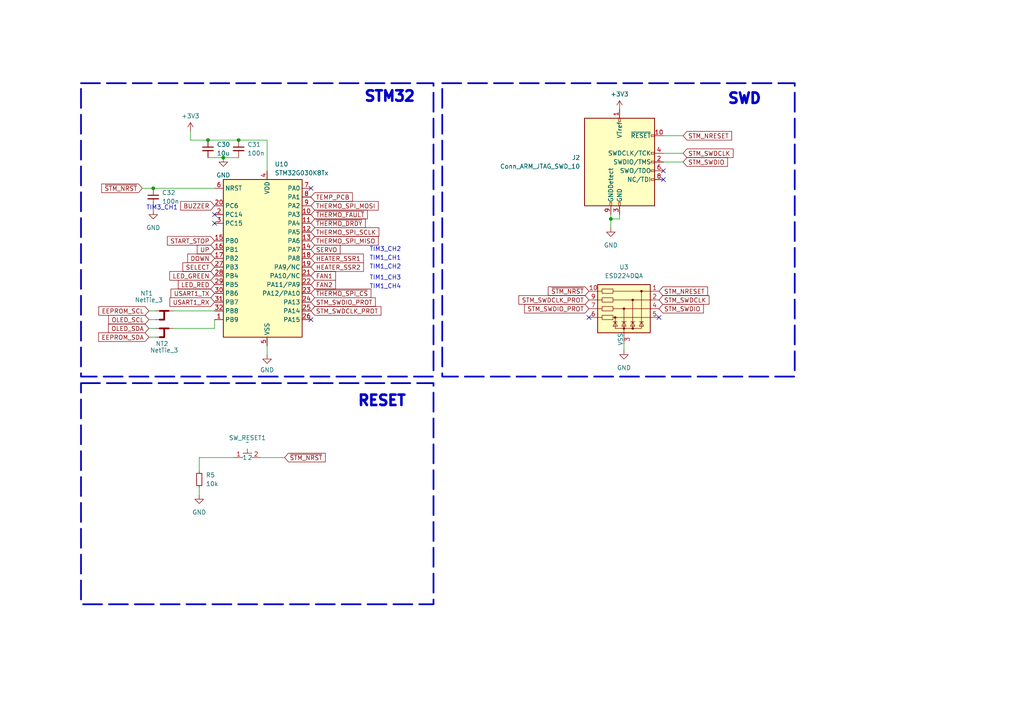
<source format=kicad_sch>
(kicad_sch (version 20231120) (generator "eeschema") (generator_version "8.0")
  (paper "A4")
  (title_block (title "ElectroDonkey Reflow Master") (date "2024-06-04") (rev "V1") (company "Electrodonkey") (comment 1 "CC-BY-SA 4.0"))
  (lib_symbols
    (symbol "Connector:Conn_ARM_JTAG_SWD_10" (pin_names (offset 1.016))
      (property "Reference" "J" (at -2.54 16.51 0))
      (property "Value" "Conn_ARM_JTAG_SWD_10" (at -2.54 13.97 0))
      (symbol "Conn_ARM_JTAG_SWD_10_0_1"
        (rectangle (start -10.16 12.7) (end 10.16 -12.7) (stroke (width 0.254)) (fill (type background)))
        (rectangle (start -2.794 -12.7) (end -2.286 -11.684))
        (rectangle (start -0.254 -12.7) (end 0.254 -11.684))
        (rectangle (start -0.254 12.7) (end 0.254 11.684))
        (rectangle (start 9.144 2.286) (end 10.16 2.794))
        (rectangle (start 10.16 -2.794) (end 9.144 -2.286))
        (rectangle (start 10.16 -0.254) (end 9.144 0.254))
        (rectangle (start 10.16 7.874) (end 9.144 7.366))
      )
      (symbol "Conn_ARM_JTAG_SWD_10_1_1"
        (rectangle (start 9.144 -5.334) (end 10.16 -4.826))
        (pin power_in line (at 0 15.24 270) (length 2.54) (name "VTref") (number "1"))
        (pin open_collector line (at 12.7 7.62 180) (length 2.54) (name "~{RESET}") (number "10"))
        (pin bidirectional line (at 12.7 0 180) (length 2.54) (name "SWDIO/TMS") (number "2"))
        (pin power_in line (at 0 -15.24 90) (length 2.54) (name "GND") (number "3"))
        (pin output line (at 12.7 2.54 180) (length 2.54) (name "SWDCLK/TCK") (number "4"))
        (pin passive line (at 0 -15.24 90) (length 2.54) hide (name "GND") (number "5"))
        (pin input line (at 12.7 -2.54 180) (length 2.54) (name "SWO/TDO") (number "6"))
        (pin no_connect line (at -10.16 0 0) (length 2.54) hide (name "KEY") (number "7"))
        (pin output line (at 12.7 -5.08 180) (length 2.54) (name "NC/TDI") (number "8"))
        (pin passive line (at -2.54 -15.24 90) (length 2.54) (name "GNDDetect") (number "9"))
      )
    )
    (symbol "Device:C_Small" (pin_numbers hide) (pin_names (offset 0.254) hide)
      (property "Reference" "C" (at 0.254 1.778 0))
      (property "Value" "C_Small" (at 0.254 -2.032 0))
      (symbol "C_Small_0_1"
        (polyline (pts (xy -1.524 -0.508) (xy 1.524 -0.508)) (stroke (width 0.3302)))
        (polyline (pts (xy -1.524 0.508) (xy 1.524 0.508)) (stroke (width 0.3048)))
      )
      (symbol "C_Small_1_1"
        (pin passive line (at 0 2.54 270) (length 2.032) (name "~") (number "1"))
        (pin passive line (at 0 -2.54 90) (length 2.032) (name "~") (number "2"))
      )
    )
    (symbol "Device:NetTie_3" (pin_numbers hide) (pin_names (offset 0) hide) (in_bom no)
      (property "Reference" "NT" (at 0 1.27 0))
      (property "Value" "NetTie_3" (at 0 -3.81 0))
      (symbol "NetTie_3_0_1"
        (polyline (pts (xy -1.27 0) (xy 1.27 0)) (stroke (width 0.508)))
        (polyline (pts (xy 0 0) (xy 0 -2.54) (xy -1.27 -2.54)) (stroke (width 0.508)))
      )
      (symbol "NetTie_3_1_1"
        (pin passive line (at -2.54 0 0) (length 2.54) (name "1") (number "1"))
        (pin passive line (at 2.54 0 180) (length 2.54) (name "2") (number "2"))
        (pin passive line (at -2.54 -2.54 0) (length 2.54) (name "3") (number "3"))
      )
    )
    (symbol "Device:R_Small" (pin_numbers hide) (pin_names (offset 0.254) hide)
      (property "Reference" "R" (at 0.762 0.508 0))
      (property "Value" "R_Small" (at 0.762 -1.016 0))
      (symbol "R_Small_0_1"
        (rectangle (start -0.762 1.778) (end 0.762 -1.778) (stroke (width 0.2032)))
      )
      (symbol "R_Small_1_1"
        (pin passive line (at 0 2.54 270) (length 0.762) (name "~") (number "1"))
        (pin passive line (at 0 -2.54 90) (length 0.762) (name "~") (number "2"))
      )
    )
    (symbol "MCU_ST_STM32G0:STM32G030K8Tx"
      (property "Reference" "U" (at -10.16 24.13 0))
      (property "Value" "STM32G030K8Tx" (at 5.08 24.13 0))
      (symbol "STM32G030K8Tx_0_1"
        (rectangle (start -10.16 -22.86) (end 12.7 22.86) (stroke (width 0.254)) (fill (type background)))
      )
      (symbol "STM32G030K8Tx_1_1"
        (pin bidirectional line (at -12.7 -17.78 0) (length 2.54) (name "PB9") (number "1"))
        (pin bidirectional line (at 15.24 12.7 180) (length 2.54) (name "PA3") (number "10"))
        (pin bidirectional line (at 15.24 10.16 180) (length 2.54) (name "PA4") (number "11"))
        (pin bidirectional line (at 15.24 7.62 180) (length 2.54) (name "PA5") (number "12"))
        (pin bidirectional line (at 15.24 5.08 180) (length 2.54) (name "PA6") (number "13"))
        (pin bidirectional line (at 15.24 2.54 180) (length 2.54) (name "PA7") (number "14"))
        (pin bidirectional line (at -12.7 5.08 0) (length 2.54) (name "PB0") (number "15"))
        (pin bidirectional line (at -12.7 2.54 0) (length 2.54) (name "PB1") (number "16"))
        (pin bidirectional line (at -12.7 0 0) (length 2.54) (name "PB2") (number "17"))
        (pin bidirectional line (at 15.24 0 180) (length 2.54) (name "PA8") (number "18"))
        (pin bidirectional line (at 15.24 -2.54 180) (length 2.54) (name "PA9/NC") (number "19"))
        (pin bidirectional line (at -12.7 12.7 0) (length 2.54) (name "PC14") (number "2"))
        (pin bidirectional line (at -12.7 15.24 0) (length 2.54) (name "PC6") (number "20"))
        (pin bidirectional line (at 15.24 -5.08 180) (length 2.54) (name "PA10/NC") (number "21"))
        (pin bidirectional line (at 15.24 -7.62 180) (length 2.54) (name "PA11/PA9") (number "22"))
        (pin bidirectional line (at 15.24 -10.16 180) (length 2.54) (name "PA12/PA10") (number "23"))
        (pin bidirectional line (at 15.24 -12.7 180) (length 2.54) (name "PA13") (number "24"))
        (pin bidirectional line (at 15.24 -15.24 180) (length 2.54) (name "PA14") (number "25"))
        (pin bidirectional line (at 15.24 -17.78 180) (length 2.54) (name "PA15") (number "26"))
        (pin bidirectional line (at -12.7 -2.54 0) (length 2.54) (name "PB3") (number "27"))
        (pin bidirectional line (at -12.7 -5.08 0) (length 2.54) (name "PB4") (number "28"))
        (pin bidirectional line (at -12.7 -7.62 0) (length 2.54) (name "PB5") (number "29"))
        (pin bidirectional line (at -12.7 10.16 0) (length 2.54) (name "PC15") (number "3"))
        (pin bidirectional line (at -12.7 -10.16 0) (length 2.54) (name "PB6") (number "30"))
        (pin bidirectional line (at -12.7 -12.7 0) (length 2.54) (name "PB7") (number "31"))
        (pin bidirectional line (at -12.7 -15.24 0) (length 2.54) (name "PB8") (number "32"))
        (pin power_in line (at 2.54 25.4 270) (length 2.54) (name "VDD") (number "4"))
        (pin power_in line (at 2.54 -25.4 90) (length 2.54) (name "VSS") (number "5"))
        (pin input line (at -12.7 20.32 0) (length 2.54) (name "NRST") (number "6"))
        (pin bidirectional line (at 15.24 20.32 180) (length 2.54) (name "PA0") (number "7"))
        (pin bidirectional line (at 15.24 17.78 180) (length 2.54) (name "PA1") (number "8"))
        (pin bidirectional line (at 15.24 15.24 180) (length 2.54) (name "PA2") (number "9"))
      )
    )
    (symbol "Power_Protection:ESD224DQA" (pin_names (offset 0))
      (property "Reference" "U" (at -0.635 8.255 0))
      (property "Value" "ESD224DQA" (at 8.89 -8.255 0))
      (symbol "ESD224DQA_0_0"
        (polyline (pts (xy -2.54 -5.715) (xy -2.54 2.54)))
        (polyline (pts (xy 0 0) (xy 0 -6.985)))
      )
      (symbol "ESD224DQA_0_1"
        (rectangle (start -7.62 6.985) (end 7.62 -6.985) (stroke (width 0.254)) (fill (type background)))
        (circle (center -5.08 5.08) (radius 0.2794) (fill (type outline)))
        (circle (center -2.54 -5.715) (radius 0.2794) (fill (type outline)))
        (circle (center -2.54 2.54) (radius 0.2794) (fill (type outline)))
        (circle (center 0 -5.715) (radius 0.2794) (fill (type outline)))
        (polyline (pts (xy -7.62 -2.54) (xy 3.175 -2.54)))
        (polyline (pts (xy -7.62 0) (xy 1.27 0)))
        (polyline (pts (xy -7.62 2.54) (xy -5.08 2.54)))
        (polyline (pts (xy -7.62 5.08) (xy -7.62 5.08)))
        (polyline (pts (xy -4.445 -3.81) (xy -5.715 -3.81)))
        (polyline (pts (xy -1.905 -3.81) (xy -3.175 -3.81)))
        (polyline (pts (xy 0 -6.985) (xy 0 -7.62)))
        (polyline (pts (xy 0.635 -3.81) (xy -0.635 -3.81)))
        (polyline (pts (xy 3.175 -3.81) (xy 1.905 -3.81)))
        (polyline (pts (xy 3.175 0) (xy 1.27 0)) (stroke (width 0.1524)))
        (polyline (pts (xy 3.175 5.08) (xy -7.62 5.08)) (stroke (width 0.1524)))
        (polyline (pts (xy 7.62 -2.54) (xy 6.35 -2.54)) (stroke (width 0.1524)))
        (polyline (pts (xy 7.62 0) (xy 6.35 0)) (stroke (width 0.1524)))
        (polyline (pts (xy 7.62 2.54) (xy 6.35 2.54)) (stroke (width 0.1524)))
        (polyline (pts (xy 7.62 5.08) (xy 6.35 5.08)) (stroke (width 0.1524)))
        (polyline (pts (xy -5.08 5.08) (xy -5.08 -5.715) (xy 2.54 -5.715) (xy 2.54 -2.54)) (stroke (width 0.1524)))
        (polyline (pts (xy -4.445 -5.08) (xy -5.715 -5.08) (xy -5.08 -3.81) (xy -4.445 -5.08)))
        (polyline (pts (xy -1.905 -5.08) (xy -3.175 -5.08) (xy -2.54 -3.81) (xy -1.905 -5.08)))
        (polyline (pts (xy 0.635 -5.08) (xy -0.635 -5.08) (xy 0 -3.81) (xy 0.635 -5.08)))
        (polyline (pts (xy 3.175 -5.08) (xy 1.905 -5.08) (xy 2.54 -3.81) (xy 3.175 -5.08)))
        (polyline (pts (xy 3.175 2.54) (xy 0 2.54) (xy 0 2.54) (xy -3.81 2.54) (xy -3.81 2.54) (xy -5.08 2.54)) (stroke (width 0.1524)))
        (circle (center 0 0) (radius 0.2794) (fill (type outline)))
        (circle (center 2.54 -2.54) (radius 0.2794) (fill (type outline)))
        (rectangle (start 3.175 -1.905) (end 6.35 -3.175) (stroke (width 0.1524)))
        (rectangle (start 3.175 0.635) (end 6.35 -0.635) (stroke (width 0.1524)))
        (rectangle (start 3.175 3.175) (end 6.35 1.905) (stroke (width 0.1524)))
        (rectangle (start 3.175 5.715) (end 6.35 4.445) (stroke (width 0.1524)))
      )
      (symbol "ESD224DQA_1_1"
        (pin passive line (at -10.16 5.08 0) (length 2.54) (name "~") (number "1"))
        (pin passive line (at 10.16 5.08 180) (length 2.54) (name "~") (number "10"))
        (pin passive line (at -10.16 2.54 0) (length 2.54) (name "~") (number "2"))
        (pin power_in line (at 0 -10.16 90) (length 2.54) (name "VSS") (number "3"))
        (pin passive line (at -10.16 0 0) (length 2.54) (name "~") (number "4"))
        (pin passive line (at -10.16 -2.54 0) (length 2.54) (name "~") (number "5"))
        (pin passive line (at 10.16 -2.54 180) (length 2.54) (name "~") (number "6"))
        (pin passive line (at 10.16 0 180) (length 2.54) (name "~") (number "7"))
        (pin passive line (at 0 -10.16 90) (length 2.54) hide (name "VSS") (number "8"))
        (pin passive line (at 10.16 2.54 180) (length 2.54) (name "~") (number "9"))
      )
    )
    (symbol "TL1017AABF160QG:SPST_Switch" (pin_names (offset -0.2))
      (property "Reference" "SW1" (at 0 3.81 0))
      (symbol "SPST_Switch_0_1"
        (polyline (pts (xy -1.27 1.27) (xy 1.27 1.27)))
        (polyline (pts (xy 0 1.27) (xy 0 2.54)))
      )
      (symbol "SPST_Switch_1_1"
        (pin input line (at -3.81 0 0) (length 2.54) (name "1") (number "1"))
        (pin output line (at 3.81 0 180) (length 2.54) (name "2") (number "2"))
      )
    )
    (symbol "power:+3V3" (power) (pin_names (offset 0))
      (property "Value" "+3V3" (at 0 3.556 0))
      (symbol "+3V3_0_1"
        (polyline (pts (xy -0.762 1.27) (xy 0 2.54)))
        (polyline (pts (xy 0 0) (xy 0 2.54)))
        (polyline (pts (xy 0 2.54) (xy 0.762 1.27)))
      )
      (symbol "+3V3_1_1"
        (pin power_in line (at 0 0 90) (length 0) hide (name "+3V3") (number "1"))
      )
    )
    (symbol "power:GND" (power) (pin_names (offset 0))
      (property "Value" "GND" (at 0 -3.81 0))
      (symbol "GND_0_1"
        (polyline (pts (xy 0 0) (xy 0 -1.27) (xy 1.27 -1.27) (xy 0 -2.54) (xy -1.27 -1.27) (xy 0 -1.27)))
      )
      (symbol "GND_1_1"
        (pin power_in line (at 0 0 270) (length 0) hide (name "GND") (number "1"))
      )
    )
  )
  (junction (at 60.325 40.64))
  (junction (at 64.77 45.72))
  (junction (at 177.165 63.5))
  (junction (at 44.45 54.61))
  (junction (at 69.215 40.64))
  (no_connect (at 62.23 64.77))
  (no_connect (at 191.135 92.075))
  (no_connect (at 192.405 49.53))
  (no_connect (at 62.23 62.23))
  (no_connect (at 90.17 54.61))
  (no_connect (at 90.17 92.71))
  (no_connect (at 170.815 92.075))
  (no_connect (at 192.405 52.07))
  (wire (pts (xy 62.23 95.25) (xy 62.23 92.71)))
  (wire (pts (xy 177.165 62.23) (xy 177.165 63.5)))
  (wire (pts (xy 77.47 40.64) (xy 77.47 49.53)))
  (wire (pts (xy 43.18 95.25) (xy 45.085 95.25)))
  (wire (pts (xy 44.45 59.69) (xy 44.45 60.96)))
  (wire (pts (xy 57.785 132.715) (xy 57.785 136.525)))
  (wire (pts (xy 192.405 44.45) (xy 198.12 44.45)))
  (wire (pts (xy 192.405 46.99) (xy 198.12 46.99)))
  (wire (pts (xy 64.77 45.72) (xy 69.215 45.72)))
  (wire (pts (xy 43.18 92.71) (xy 45.085 92.71)))
  (wire (pts (xy 179.705 63.5) (xy 177.165 63.5)))
  (wire (pts (xy 177.165 63.5) (xy 177.165 66.04)))
  (wire (pts (xy 57.785 141.605) (xy 57.785 143.51)))
  (wire (pts (xy 57.785 132.715) (xy 67.945 132.715)))
  (wire (pts (xy 43.18 97.79) (xy 45.085 97.79)))
  (wire (pts (xy 180.975 99.695) (xy 180.975 101.6)))
  (wire (pts (xy 69.215 40.64) (xy 77.47 40.64)))
  (wire (pts (xy 192.405 39.37) (xy 198.12 39.37)))
  (wire (pts (xy 75.565 132.715) (xy 82.55 132.715)))
  (wire (pts (xy 55.245 38.1) (xy 55.245 40.64)))
  (wire (pts (xy 44.45 54.61) (xy 62.23 54.61)))
  (wire (pts (xy 41.275 54.61) (xy 44.45 54.61)))
  (wire (pts (xy 50.165 90.17) (xy 62.23 90.17)))
  (wire (pts (xy 60.325 45.72) (xy 64.77 45.72)))
  (wire (pts (xy 50.165 95.25) (xy 62.23 95.25)))
  (wire (pts (xy 179.705 62.23) (xy 179.705 63.5)))
  (wire (pts (xy 43.18 90.17) (xy 45.085 90.17)))
  (wire (pts (xy 55.245 40.64) (xy 60.325 40.64)))
  (wire (pts (xy 77.47 100.33) (xy 77.47 102.87)))
  (wire (pts (xy 60.325 40.64) (xy 69.215 40.64)))
  (rectangle (start 128.27 24.13) (end 230.505 109.22) (stroke (width 0.5) (type dash)))
  (rectangle (start 23.495 111.125) (end 125.73 175.26) (stroke (width 0.5) (type dash)))
  (rectangle (start 23.495 24.13) (end 125.73 109.22) (stroke (width 0.5) (type dash)))
  (text "TIM1_CH2" (at 111.76 77.47 0) (effects (font (size 1.27 1.27))))
  (text "TIM3_CH1" (at 46.99 60.325 0) (effects (font (size 1.27 1.27))))
  (text "STM32" (at 105.41 29.845 0) (effects (font (size 3 3) (thickness 1) (bold yes)) (justify left bottom)))
  (text "RESET" (at 103.505 118.11 0) (effects (font (size 3 3) (thickness 1) (bold yes)) (justify left bottom)))
  (text "TIM1_CH3" (at 111.76 80.645 0) (effects (font (size 1.27 1.27))))
  (text "TIM3_CH2" (at 111.76 72.39 0) (effects (font (size 1.27 1.27))))
  (text "SWD" (at 210.82 30.48 0) (effects (font (size 3 3) (thickness 1) (bold yes)) (justify left bottom)))
  (text "TIM1_CH4" (at 111.76 83.185 0) (effects (font (size 1.27 1.27))))
  (text "TIM1_CH1" (at 111.76 74.93 0) (effects (font (size 1.27 1.27))))
  (global_label "THERMO_SPI_MOSI" (shape input) (at 90.17 59.69 0) (property "Intersheetrefs" "${INTERSHEET_REFS}" (effects (hide yes))))
  (global_label "~{THERMO_FAULT}" (shape input) (at 90.17 62.23 0) (property "Intersheetrefs" "${INTERSHEET_REFS}" (effects (hide yes))))
  (global_label "STM_NRESET" (shape input) (at 191.135 84.455 0) (property "Intersheetrefs" "${INTERSHEET_REFS}" (effects (hide yes))))
  (global_label "OLED_SDA" (shape input) (at 43.18 95.25 180) (property "Intersheetrefs" "${INTERSHEET_REFS}" (effects (hide yes))))
  (global_label "OLED_SCL" (shape input) (at 43.18 92.71 180) (property "Intersheetrefs" "${INTERSHEET_REFS}" (effects (hide yes))))
  (global_label "~{THERMO_SPI_CS}" (shape input) (at 90.17 85.09 0) (property "Intersheetrefs" "${INTERSHEET_REFS}" (effects (hide yes))))
  (global_label "~{THERMO_DRDY}" (shape input) (at 90.17 64.77 0) (property "Intersheetrefs" "${INTERSHEET_REFS}" (effects (hide yes))))
  (global_label "~{STM_NRST}" (shape input) (at 170.815 84.455 180) (property "Intersheetrefs" "${INTERSHEET_REFS}" (effects (hide yes))))
  (global_label "DOWN" (shape input) (at 62.23 74.93 180) (property "Intersheetrefs" "${INTERSHEET_REFS}" (effects (hide yes))))
  (global_label "HEATER_SSR2" (shape input) (at 90.17 77.47 0) (property "Intersheetrefs" "${INTERSHEET_REFS}" (effects (hide yes))))
  (global_label "START_STOP" (shape input) (at 62.23 69.85 180) (property "Intersheetrefs" "${INTERSHEET_REFS}" (effects (hide yes))))
  (global_label "LED_GREEN" (shape input) (at 62.23 80.01 180) (property "Intersheetrefs" "${INTERSHEET_REFS}" (effects (hide yes))))
  (global_label "~{STM_NRST}" (shape input) (at 41.275 54.61 180) (property "Intersheetrefs" "${INTERSHEET_REFS}" (effects (hide yes))))
  (global_label "STM_SWDCLK_PROT" (shape input) (at 170.815 86.995 180) (property "Intersheetrefs" "${INTERSHEET_REFS}" (effects (hide yes))))
  (global_label "THERMO_SPI_MISO" (shape input) (at 90.17 69.85 0) (property "Intersheetrefs" "${INTERSHEET_REFS}" (effects (hide yes))))
  (global_label "STM_SWDCLK" (shape input) (at 198.12 44.45 0) (property "Intersheetrefs" "${INTERSHEET_REFS}" (effects (hide yes))))
  (global_label "STM_SWDCLK" (shape input) (at 191.135 86.995 0) (property "Intersheetrefs" "${INTERSHEET_REFS}" (effects (hide yes))))
  (global_label "STM_SWDIO_PROT" (shape input) (at 170.815 89.535 180) (property "Intersheetrefs" "${INTERSHEET_REFS}" (effects (hide yes))))
  (global_label "EEPROM_SCL" (shape input) (at 43.18 90.17 180) (property "Intersheetrefs" "${INTERSHEET_REFS}" (effects (hide yes))))
  (global_label "FAN2" (shape input) (at 90.17 82.55 0) (property "Intersheetrefs" "${INTERSHEET_REFS}" (effects (hide yes))))
  (global_label "~{STM_NRST}" (shape input) (at 82.55 132.715 0) (property "Intersheetrefs" "${INTERSHEET_REFS}" (effects (hide yes))))
  (global_label "LED_RED" (shape input) (at 62.23 82.55 180) (property "Intersheetrefs" "${INTERSHEET_REFS}" (effects (hide yes))))
  (global_label "SERVO" (shape input) (at 90.17 72.39 0) (property "Intersheetrefs" "${INTERSHEET_REFS}" (effects (hide yes))))
  (global_label "FAN1" (shape input) (at 90.17 80.01 0) (property "Intersheetrefs" "${INTERSHEET_REFS}" (effects (hide yes))))
  (global_label "BUZZER" (shape input) (at 62.23 59.69 180) (property "Intersheetrefs" "${INTERSHEET_REFS}" (effects (hide yes))))
  (global_label "USART1_TX" (shape input) (at 62.23 85.09 180) (property "Intersheetrefs" "${INTERSHEET_REFS}" (effects (hide yes))))
  (global_label "UP" (shape input) (at 62.23 72.39 180) (property "Intersheetrefs" "${INTERSHEET_REFS}" (effects (hide yes))))
  (global_label "STM_SWDIO_PROT" (shape input) (at 90.17 87.63 0) (property "Intersheetrefs" "${INTERSHEET_REFS}" (effects (hide yes))))
  (global_label "USART1_RX" (shape input) (at 62.23 87.63 180) (property "Intersheetrefs" "${INTERSHEET_REFS}" (effects (hide yes))))
  (global_label "TEMP_PCB" (shape input) (at 90.17 57.15 0) (property "Intersheetrefs" "${INTERSHEET_REFS}" (effects (hide yes))))
  (global_label "EEPROM_SDA" (shape input) (at 43.18 97.79 180) (property "Intersheetrefs" "${INTERSHEET_REFS}" (effects (hide yes))))
  (global_label "STM_NRESET" (shape input) (at 198.12 39.37 0) (property "Intersheetrefs" "${INTERSHEET_REFS}" (effects (hide yes))))
  (global_label "HEATER_SSR1" (shape input) (at 90.17 74.93 0) (property "Intersheetrefs" "${INTERSHEET_REFS}" (effects (hide yes))))
  (global_label "STM_SWDIO" (shape input) (at 198.12 46.99 0) (property "Intersheetrefs" "${INTERSHEET_REFS}" (effects (hide yes))))
  (global_label "SELECT" (shape input) (at 62.23 77.47 180) (property "Intersheetrefs" "${INTERSHEET_REFS}" (effects (hide yes))))
  (global_label "STM_SWDCLK_PROT" (shape input) (at 90.17 90.17 0) (property "Intersheetrefs" "${INTERSHEET_REFS}" (effects (hide yes))))
  (global_label "THERMO_SPI_SCLK" (shape input) (at 90.17 67.31 0) (property "Intersheetrefs" "${INTERSHEET_REFS}" (effects (hide yes))))
  (global_label "STM_SWDIO" (shape input) (at 191.135 89.535 0) (property "Intersheetrefs" "${INTERSHEET_REFS}" (effects (hide yes))))
  (symbol (lib_id "power:+3V3") (at 179.705 31.75 0) (unit 1)
    (property "Reference" "#PWR024" (effects (hide yes)))
    (property "Value" "+3V3" (at 179.705 27.305 0))
  )
  (symbol (lib_id "Connector:Conn_ARM_JTAG_SWD_10") (at 179.705 46.99 0) (unit 1)
    (property "Reference" "J2" (at 168.275 45.72 0) (effects (justify right)))
    (property "Value" "Conn_ARM_JTAG_SWD_10" (at 168.275 48.26 0) (effects (justify right)))
    (property "Footprint" "Connector_PinHeader_1.27mm:PinHeader_2x05_P1.27mm_Vertical" (effects (hide yes)))
    (property "Datasheet" "http://infocenter.arm.com/help/topic/com.arm.doc.ddi0314h/DDI0314H_coresight_components_trm.pdf" (effects (hide yes)))
  )
  (symbol (lib_id "power:GND") (at 57.785 143.51 0) (unit 1)
    (property "Reference" "#PWR039" (effects (hide yes)))
    (property "Value" "GND" (at 57.785 148.59 0))
  )
  (symbol (lib_id "power:GND") (at 180.975 101.6 0) (unit 1)
    (property "Reference" "#PWR025" (effects (hide yes)))
    (property "Value" "GND" (at 180.975 106.68 0))
  )
  (symbol (lib_id "power:GND") (at 77.47 102.87 0) (unit 1)
    (property "Reference" "#PWR063" (effects (hide yes)))
    (property "Value" "GND" (at 77.47 107.315 0))
  )
  (symbol (lib_id "power:GND") (at 177.165 66.04 0) (unit 1)
    (property "Reference" "#PWR023" (effects (hide yes)))
    (property "Value" "GND" (at 177.165 71.12 0))
  )
  (symbol (lib_id "Device:C_Small") (at 44.45 57.15 0) (unit 1)
    (property "Reference" "C32" (at 46.99 55.8863 0) (effects (justify left)))
    (property "Value" "100n" (at 46.99 58.4263 0) (effects (justify left)))
    (property "Footprint" "Capacitor_SMD:C_0603_1608Metric_Pad1.08x0.95mm_HandSolder" (effects (hide yes)))
  )
  (symbol (lib_id "Device:C_Small") (at 69.215 43.18 0) (unit 1)
    (property "Reference" "C31" (at 71.755 41.9163 0) (effects (justify left)))
    (property "Value" "100n" (at 71.755 44.4563 0) (effects (justify left)))
    (property "Footprint" "Capacitor_SMD:C_0603_1608Metric_Pad1.08x0.95mm_HandSolder" (effects (hide yes)))
  )
  (symbol (lib_id "TL1017AABF160QG:SPST_Switch") (at 71.755 132.715 0) (unit 1)
    (property "Reference" "SW_RESET1" (at 71.755 127 0))
    (property "Value" "~" (at 71.755 128.27 0))
    (property "Footprint" "reflow_master:TL1017AABF160QG" (effects (hide yes)))
    (property "Purchase-URL" "https://ro.mouser.com/ProductDetail/E-Switch/TL1017AABF160QG?qs=9vOqFld9vZWEDSBQD0ZM5A%3D%3D" (effects (hide yes)))
    (property "mfg" "TL1017AABF160QG" (effects (hide yes)))
  )
  (symbol (lib_id "MCU_ST_STM32G0:STM32G030K8Tx") (at 74.93 74.93 0) (unit 1)
    (property "Reference" "U10" (at 79.6641 47.625 0) (effects (justify left)))
    (property "Value" "STM32G030K8Tx" (at 79.6641 50.165 0) (effects (justify left)))
    (property "Footprint" "Package_QFP:LQFP-32_7x7mm_P0.8mm" (effects (hide yes)))
    (property "Datasheet" "https://www.st.com/resource/en/datasheet/stm32g030k8.pdf" (effects (hide yes)))
    (property "Description" "STMicroelectronics Arm Cortex-M0+ MCU, 64KB flash, 8KB RAM, 64 MHz, 2.0-3.6V, 29 GPIO, LQFP32" (effects (hide yes)))
  )
  (symbol (lib_id "power:GND") (at 44.45 60.96 0) (unit 1)
    (property "Reference" "#PWR062" (effects (hide yes)))
    (property "Value" "GND" (at 44.45 66.04 0))
  )
  (symbol (lib_id "Device:NetTie_3") (at 47.625 95.25 0) (unit 1) (in_bom no)
    (property "Reference" "NT2" (at 46.99 99.695 0))
    (property "Value" "NetTie_3" (at 47.625 101.6 0))
    (property "Footprint" "NetTie:NetTie-3_SMD_Pad0.5mm" (effects (hide yes)))
    (property "Description" "Net tie, 3 pins" (effects (hide yes)))
  )
  (symbol (lib_id "Device:R_Small") (at 57.785 139.065 0) (unit 1)
    (property "Reference" "R5" (at 59.69 137.795 0) (effects (justify left)))
    (property "Value" "10k" (at 59.69 140.335 0) (effects (justify left)))
    (property "Footprint" "Resistor_SMD:R_0603_1608Metric_Pad0.98x0.95mm_HandSolder" (effects (hide yes)))
  )
  (symbol (lib_id "power:+3V3") (at 55.245 38.1 0) (unit 1)
    (property "Reference" "#PWR060" (effects (hide yes)))
    (property "Value" "+3V3" (at 55.245 33.655 0))
  )
  (symbol (lib_id "Device:C_Small") (at 60.325 43.18 0) (unit 1)
    (property "Reference" "C30" (at 62.865 41.9163 0) (effects (justify left)))
    (property "Value" "10u" (at 62.865 44.4563 0) (effects (justify left)))
    (property "Footprint" "Capacitor_SMD:C_0603_1608Metric_Pad1.08x0.95mm_HandSolder" (effects (hide yes)))
  )
  (symbol (lib_id "Device:NetTie_3") (at 47.625 90.17 0) (unit 1) (in_bom no)
    (property "Reference" "NT1" (at 42.545 85.09 0))
    (property "Value" "NetTie_3" (at 43.18 86.995 0))
    (property "Footprint" "NetTie:NetTie-3_SMD_Pad0.5mm" (effects (hide yes)))
    (property "Description" "Net tie, 3 pins" (effects (hide yes)))
  )
  (symbol (lib_id "power:GND") (at 64.77 45.72 0) (unit 1)
    (property "Reference" "#PWR061" (effects (hide yes)))
    (property "Value" "GND" (at 64.77 50.8 0))
  )
  (symbol (lib_id "Power_Protection:ESD224DQA") (at 180.975 89.535 0) (mirror y) (unit 1)
    (property "Reference" "U3" (at 180.975 77.47 0))
    (property "Value" "ESD224DQA" (at 180.975 80.01 0))
    (property "Footprint" "Package_DFN_QFN:Diodes_UDFN-10_1.0x2.5mm_P0.5mm" (effects (hide yes)))
    (property "Datasheet" "https://www.ti.com/lit/ds/symlink/esd224.pdf" (effects (hide yes)))
    (property "Description" "4-Channel Low Capacitance TVS Diode Array, USON-10" (effects (hide yes)))
    (property "mfg" "ESD224DQAR " (effects (hide yes)))
  )
)
</source>
